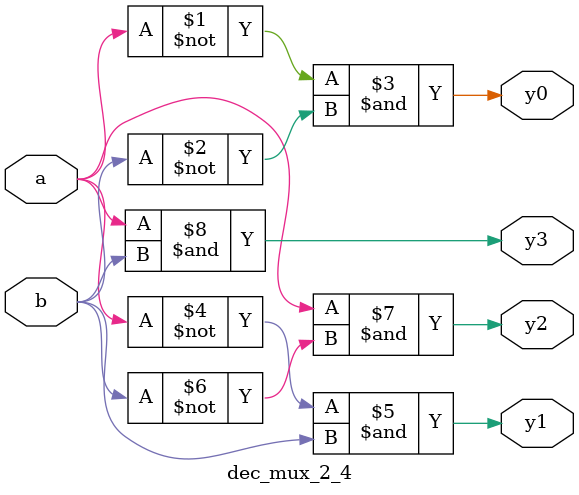
<source format=v>
module dec_mux_2_4(input a,b, output reg y0,y1,y2,y3);


assign y0 = ~a & ~b;
assign y1 = ~a & b;
assign y2 = a & ~b;
assign y3 = a & b;


endmodule

</source>
